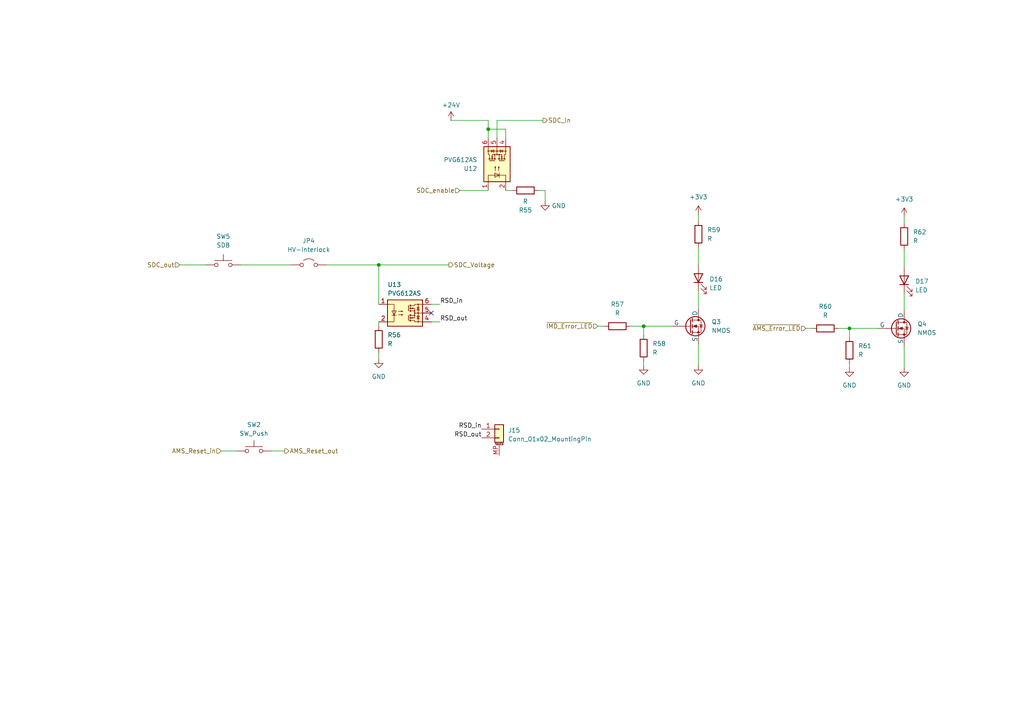
<source format=kicad_sch>
(kicad_sch (version 20231120) (generator "eeschema") (generator_version "8.0")
  (paper "A4")
  (lib_symbols
    (symbol "Connector_Generic_MountingPin:Conn_01x02_MountingPin" (pin_names (offset 1.016) hide)
      (property "Reference" "J" (at 0 2.54 0))
      (property "Value" "Conn_01x02_MountingPin" (at 1.27 -5.08 0))
      (symbol "Conn_01x02_MountingPin_1_1"
        (rectangle (start -1.27 -2.413) (end 0 -2.667) (stroke (width 0.1524)))
        (rectangle (start -1.27 0.127) (end 0 -0.127) (stroke (width 0.1524)))
        (rectangle (start -1.27 1.27) (end 1.27 -3.81) (stroke (width 0.254)) (fill (type background)))
        (polyline (pts (xy -1.016 -4.572) (xy 1.016 -4.572)) (stroke (width 0.1524)))
        (text "Mounting" (at 0 -4.191 0) (effects (font (size 0.381 0.381))))
        (pin passive line (at -5.08 0 0) (length 3.81) (name "Pin_1") (number "1"))
        (pin passive line (at -5.08 -2.54 0) (length 3.81) (name "Pin_2") (number "2"))
        (pin passive line (at 0 -7.62 90) (length 3.048) (name "MountPin") (number "MP"))
      )
    )
    (symbol "Device:LED" (pin_numbers hide) (pin_names (offset 1.016) hide)
      (property "Reference" "D" (at 0 2.54 0))
      (property "Value" "LED" (at 0 -2.54 0))
      (symbol "LED_0_1"
        (polyline (pts (xy -1.27 -1.27) (xy -1.27 1.27)) (stroke (width 0.254)))
        (polyline (pts (xy -1.27 0) (xy 1.27 0)))
        (polyline (pts (xy 1.27 -1.27) (xy 1.27 1.27) (xy -1.27 0) (xy 1.27 -1.27)) (stroke (width 0.254)))
        (polyline (pts (xy -3.048 -0.762) (xy -4.572 -2.286) (xy -3.81 -2.286) (xy -4.572 -2.286) (xy -4.572 -1.524)))
        (polyline (pts (xy -1.778 -0.762) (xy -3.302 -2.286) (xy -2.54 -2.286) (xy -3.302 -2.286) (xy -3.302 -1.524)))
      )
      (symbol "LED_1_1"
        (pin passive line (at -3.81 0 0) (length 2.54) (name "K") (number "1"))
        (pin passive line (at 3.81 0 180) (length 2.54) (name "A") (number "2"))
      )
    )
    (symbol "Device:R" (pin_numbers hide) (pin_names (offset 0))
      (property "Reference" "R" (at 2.032 0 90))
      (property "Value" "R" (at 0 0 90))
      (symbol "R_0_1"
        (rectangle (start -1.016 -2.54) (end 1.016 2.54) (stroke (width 0.254)))
      )
      (symbol "R_1_1"
        (pin passive line (at 0 3.81 270) (length 1.27) (name "~") (number "1"))
        (pin passive line (at 0 -3.81 90) (length 1.27) (name "~") (number "2"))
      )
    )
    (symbol "FaSTTUBe_Power-Switches:PVG612AS"
      (property "Reference" "U" (at -3.81 5.08 0))
      (property "Value" "PVG612AS" (at 0 -5.08 0))
      (symbol "PVG612AS_0_1"
        (rectangle (start -5.08 3.81) (end 5.08 -3.81) (stroke (width 0.254)) (fill (type background)))
        (polyline (pts (xy -3.81 -0.635) (xy -2.54 -0.635)))
        (polyline (pts (xy 1.016 -0.635) (xy 1.016 -2.159)) (stroke (width 0.2032)))
        (polyline (pts (xy 1.016 2.159) (xy 1.016 0.635)) (stroke (width 0.2032)))
        (polyline (pts (xy 1.524 -0.508) (xy 1.524 -0.762)) (stroke (width 0.3556)))
        (polyline (pts (xy 2.794 0) (xy 5.08 0)))
        (polyline (pts (xy 3.429 -1.651) (xy 4.191 -1.651)))
        (polyline (pts (xy 3.429 1.651) (xy 4.191 1.651)))
        (polyline (pts (xy 3.81 -2.54) (xy 3.81 2.54)))
        (polyline (pts (xy 1.524 -2.032) (xy 1.524 -2.286) (xy 1.524 -2.286)) (stroke (width 0.3556)))
        (polyline (pts (xy 1.524 -1.27) (xy 1.524 -1.524) (xy 1.524 -1.524)) (stroke (width 0.3556)))
        (polyline (pts (xy 1.524 0.762) (xy 1.524 0.508) (xy 1.524 0.508)) (stroke (width 0.3556)))
        (polyline (pts (xy 1.524 1.524) (xy 1.524 1.27) (xy 1.524 1.27)) (stroke (width 0.3556)))
        (polyline (pts (xy 1.524 2.286) (xy 1.524 2.032) (xy 1.524 2.032)) (stroke (width 0.3556)))
        (polyline (pts (xy 1.651 -1.397) (xy 2.794 -1.397) (xy 2.794 -0.635)))
        (polyline (pts (xy 1.651 1.397) (xy 2.794 1.397) (xy 2.794 0.635)))
        (polyline (pts (xy -5.08 2.54) (xy -3.175 2.54) (xy -3.175 -2.54) (xy -5.08 -2.54)))
        (polyline (pts (xy -3.175 -0.635) (xy -3.81 0.635) (xy -2.54 0.635) (xy -3.175 -0.635)))
        (polyline (pts (xy 1.651 -2.159) (xy 2.794 -2.159) (xy 2.794 -2.54) (xy 5.08 -2.54)))
        (polyline (pts (xy 1.651 -0.635) (xy 2.794 -0.635) (xy 2.794 0.635) (xy 1.651 0.635)))
        (polyline (pts (xy 1.651 2.159) (xy 2.794 2.159) (xy 2.794 2.54) (xy 5.08 2.54)))
        (polyline (pts (xy 1.778 -1.397) (xy 2.286 -1.27) (xy 2.286 -1.524) (xy 1.778 -1.397)))
        (polyline (pts (xy 1.778 1.397) (xy 2.286 1.524) (xy 2.286 1.27) (xy 1.778 1.397)))
        (polyline (pts (xy 3.81 -1.651) (xy 3.429 -0.889) (xy 4.191 -0.889) (xy 3.81 -1.651)))
        (polyline (pts (xy 3.81 1.651) (xy 3.429 0.889) (xy 4.191 0.889) (xy 3.81 1.651)))
        (polyline (pts (xy -1.905 -0.508) (xy -0.635 -0.508) (xy -1.016 -0.635) (xy -1.016 -0.381) (xy -0.635 -0.508)))
        (polyline (pts (xy -1.905 0.508) (xy -0.635 0.508) (xy -1.016 0.381) (xy -1.016 0.635) (xy -0.635 0.508)))
        (circle (center 2.794 -0.635) (radius 0.127))
        (circle (center 2.794 0) (radius 0.127))
        (circle (center 2.794 0.635) (radius 0.127))
        (circle (center 3.81 -2.54) (radius 0.127))
        (circle (center 3.81 0) (radius 0.127))
        (circle (center 3.81 2.54) (radius 0.127))
      )
      (symbol "PVG612AS_1_1"
        (pin passive line (at -7.62 2.54 0) (length 2.54) (name "~") (number "1"))
        (pin passive line (at -7.62 -2.54 0) (length 2.54) (name "~") (number "2"))
        (pin no_connect line (at -5.08 0 0) (length 2.54) hide (name "~") (number "3"))
        (pin passive line (at 7.62 -2.54 180) (length 2.54) (name "~") (number "4"))
        (pin passive line (at 7.62 0 180) (length 2.54) (name "~") (number "5"))
        (pin passive line (at 7.62 2.54 180) (length 2.54) (name "~") (number "6"))
      )
    )
    (symbol "Jumper:Jumper_2_Open" (pin_numbers hide) (pin_names (offset 0) hide) (exclude_from_sim yes)
      (property "Reference" "JP" (at 0 2.794 0))
      (property "Value" "Jumper_2_Open" (at 0 -2.286 0))
      (symbol "Jumper_2_Open_0_0"
        (circle (center -2.032 0) (radius 0.508))
        (circle (center 2.032 0) (radius 0.508))
      )
      (symbol "Jumper_2_Open_0_1"
        (arc (start 1.524 1.27) (mid 0 1.778) (end -1.524 1.27))
      )
      (symbol "Jumper_2_Open_1_1"
        (pin passive line (at -5.08 0 0) (length 2.54) (name "A") (number "1"))
        (pin passive line (at 5.08 0 180) (length 2.54) (name "B") (number "2"))
      )
    )
    (symbol "Simulation_SPICE:NMOS" (pin_numbers hide) (pin_names (offset 0))
      (property "Reference" "Q" (at 5.08 1.27 0))
      (property "Value" "NMOS" (at 5.08 -1.27 0))
      (symbol "NMOS_0_1"
        (polyline (pts (xy 0.254 0) (xy -2.54 0)))
        (polyline (pts (xy 0.254 1.905) (xy 0.254 -1.905)) (stroke (width 0.254)))
        (polyline (pts (xy 0.762 -1.27) (xy 0.762 -2.286)) (stroke (width 0.254)))
        (polyline (pts (xy 0.762 0.508) (xy 0.762 -0.508)) (stroke (width 0.254)))
        (polyline (pts (xy 0.762 2.286) (xy 0.762 1.27)) (stroke (width 0.254)))
        (polyline (pts (xy 2.54 2.54) (xy 2.54 1.778)))
        (polyline (pts (xy 2.54 -2.54) (xy 2.54 0) (xy 0.762 0)))
        (polyline (pts (xy 0.762 -1.778) (xy 3.302 -1.778) (xy 3.302 1.778) (xy 0.762 1.778)))
        (polyline (pts (xy 1.016 0) (xy 2.032 0.381) (xy 2.032 -0.381) (xy 1.016 0)) (fill (type outline)))
        (polyline (pts (xy 2.794 0.508) (xy 2.921 0.381) (xy 3.683 0.381) (xy 3.81 0.254)))
        (polyline (pts (xy 3.302 0.381) (xy 2.921 -0.254) (xy 3.683 -0.254) (xy 3.302 0.381)))
        (circle (center 1.651 0) (radius 2.794) (stroke (width 0.254)))
        (circle (center 2.54 -1.778) (radius 0.254) (fill (type outline)))
        (circle (center 2.54 1.778) (radius 0.254) (fill (type outline)))
      )
      (symbol "NMOS_1_1"
        (pin passive line (at 2.54 5.08 270) (length 2.54) (name "D") (number "1"))
        (pin input line (at -5.08 0 0) (length 2.54) (name "G") (number "2"))
        (pin passive line (at 2.54 -5.08 90) (length 2.54) (name "S") (number "3"))
      )
    )
    (symbol "Switch:SW_Push" (pin_numbers hide) (pin_names (offset 1.016) hide)
      (property "Reference" "SW" (at 1.27 2.54 0))
      (property "Value" "SW_Push" (at 0 -1.524 0))
      (symbol "SW_Push_0_1"
        (circle (center -2.032 0) (radius 0.508))
        (polyline (pts (xy 0 1.27) (xy 0 3.048)))
        (polyline (pts (xy 2.54 1.27) (xy -2.54 1.27)))
        (circle (center 2.032 0) (radius 0.508))
        (pin passive line (at -5.08 0 0) (length 2.54) (name "1") (number "1"))
        (pin passive line (at 5.08 0 180) (length 2.54) (name "2") (number "2"))
      )
    )
    (symbol "power:+24V" (power) (pin_numbers hide) (pin_names (offset 0) hide)
      (property "Value" "+24V" (at 0 3.556 0))
      (symbol "+24V_0_1"
        (polyline (pts (xy -0.762 1.27) (xy 0 2.54)))
        (polyline (pts (xy 0 0) (xy 0 2.54)))
        (polyline (pts (xy 0 2.54) (xy 0.762 1.27)))
      )
      (symbol "+24V_1_1"
        (pin power_in line (at 0 0 90) (length 0) (name "~") (number "1"))
      )
    )
    (symbol "power:+3V3" (power) (pin_numbers hide) (pin_names (offset 0) hide)
      (property "Value" "+3V3" (at 0 3.556 0))
      (symbol "+3V3_0_1"
        (polyline (pts (xy -0.762 1.27) (xy 0 2.54)))
        (polyline (pts (xy 0 0) (xy 0 2.54)))
        (polyline (pts (xy 0 2.54) (xy 0.762 1.27)))
      )
      (symbol "+3V3_1_1"
        (pin power_in line (at 0 0 90) (length 0) (name "~") (number "1"))
      )
    )
    (symbol "power:GND" (power) (pin_numbers hide) (pin_names (offset 0) hide)
      (property "Value" "GND" (at 0 -3.81 0))
      (symbol "GND_0_1"
        (polyline (pts (xy 0 0) (xy 0 -1.27) (xy 1.27 -1.27) (xy 0 -2.54) (xy -1.27 -1.27) (xy 0 -1.27)))
      )
      (symbol "GND_1_1"
        (pin power_in line (at 0 0 270) (length 0) (name "~") (number "1"))
      )
    )
  )
  (junction (at 141.605 37.465))
  (junction (at 109.855 76.835))
  (junction (at 246.38 95.25))
  (junction (at 186.69 94.615))
  (no_connect (at 125.095 90.805))
  (wire (pts (xy 78.74 130.81) (xy 82.55 130.81)))
  (wire (pts (xy 173.355 94.615) (xy 175.26 94.615)))
  (wire (pts (xy 233.68 95.25) (xy 235.585 95.25)))
  (wire (pts (xy 64.135 130.81) (xy 68.58 130.81)))
  (wire (pts (xy 202.565 99.695) (xy 202.565 106.045)))
  (wire (pts (xy 130.81 34.925) (xy 141.605 34.925)))
  (wire (pts (xy 146.685 40.005) (xy 146.685 37.465)))
  (wire (pts (xy 246.38 95.25) (xy 246.38 97.79)))
  (wire (pts (xy 156.21 55.245) (xy 158.115 55.245)))
  (wire (pts (xy 127.635 88.265) (xy 125.095 88.265)))
  (wire (pts (xy 52.07 76.835) (xy 59.69 76.835)))
  (wire (pts (xy 262.255 100.33) (xy 262.255 106.68)))
  (wire (pts (xy 125.095 93.345) (xy 127.635 93.345)))
  (wire (pts (xy 141.605 40.005) (xy 141.605 37.465)))
  (wire (pts (xy 262.255 85.09) (xy 262.255 90.17)))
  (wire (pts (xy 243.205 95.25) (xy 246.38 95.25)))
  (wire (pts (xy 109.855 76.835) (xy 130.175 76.835)))
  (wire (pts (xy 109.855 102.235) (xy 109.855 104.14)))
  (wire (pts (xy 109.855 93.345) (xy 109.855 94.615)))
  (wire (pts (xy 109.855 76.835) (xy 109.855 88.265)))
  (wire (pts (xy 262.255 62.865) (xy 262.255 64.77)))
  (wire (pts (xy 186.69 94.615) (xy 194.945 94.615)))
  (wire (pts (xy 182.88 94.615) (xy 186.69 94.615)))
  (wire (pts (xy 133.35 55.245) (xy 141.605 55.245)))
  (wire (pts (xy 202.565 62.23) (xy 202.565 64.135)))
  (wire (pts (xy 202.565 71.755) (xy 202.565 76.835)))
  (wire (pts (xy 158.115 55.245) (xy 158.115 58.42)))
  (wire (pts (xy 141.605 37.465) (xy 146.685 37.465)))
  (wire (pts (xy 144.145 34.925) (xy 157.48 34.925)))
  (wire (pts (xy 186.69 94.615) (xy 186.69 97.155)))
  (wire (pts (xy 144.145 40.005) (xy 144.145 34.925)))
  (wire (pts (xy 94.615 76.835) (xy 109.855 76.835)))
  (wire (pts (xy 69.85 76.835) (xy 84.455 76.835)))
  (wire (pts (xy 141.605 37.465) (xy 141.605 34.925)))
  (wire (pts (xy 146.685 55.245) (xy 148.59 55.245)))
  (wire (pts (xy 262.255 72.39) (xy 262.255 77.47)))
  (wire (pts (xy 246.38 95.25) (xy 254.635 95.25)))
  (wire (pts (xy 246.38 106.68) (xy 246.38 105.41)))
  (wire (pts (xy 186.69 106.045) (xy 186.69 104.775)))
  (wire (pts (xy 202.565 84.455) (xy 202.565 89.535)))
  (label "RSD_out" (at 139.7 127 180))
  (label "RSD_in" (at 127.635 88.265 0))
  (label "RSD_out" (at 127.635 93.345 0))
  (label "RSD_in" (at 139.7 124.46 180))
  (hierarchical_label "SDC_out" (shape input) (at 52.07 76.835 180))
  (hierarchical_label "~{AMS_Error_LED}" (shape input) (at 233.68 95.25 180))
  (hierarchical_label "~{IMD_Error_LED}" (shape input) (at 173.355 94.615 180))
  (hierarchical_label "SDC_in" (shape output) (at 157.48 34.925 0))
  (hierarchical_label "AMS_Reset_in" (shape input) (at 64.135 130.81 180))
  (hierarchical_label "SDC_enable" (shape input) (at 133.35 55.245 180))
  (hierarchical_label "SDC_Voltage" (shape output) (at 130.175 76.835 0))
  (hierarchical_label "AMS_Reset_out" (shape output) (at 82.55 130.81 0))
  (symbol (lib_id "Device:R") (at 262.255 68.58 180) (unit 1)
    (property "Reference" "R62" (at 264.795 67.3099 0) (effects (justify right)))
    (property "Value" "R" (at 264.795 69.8499 0) (effects (justify right)))
    (property "Description" "Resistor" (effects (hide yes)))
  )
  (symbol (lib_id "Device:R") (at 179.07 94.615 270) (unit 1)
    (property "Reference" "R57" (at 179.07 88.265 90))
    (property "Value" "R" (at 179.07 90.805 90))
    (property "Footprint" "Resistor_SMD:R_0603_1608Metric" (effects (hide yes)))
    (property "Description" "Resistor" (effects (hide yes)))
  )
  (symbol (lib_id "Device:R") (at 186.69 100.965 180) (unit 1)
    (property "Reference" "R58" (at 189.23 99.6949 0) (effects (justify right)))
    (property "Value" "R" (at 189.23 102.2349 0) (effects (justify right)))
    (property "Footprint" "Resistor_SMD:R_0603_1608Metric" (effects (hide yes)))
    (property "Description" "Resistor" (effects (hide yes)))
  )
  (symbol (lib_id "power:GND") (at 158.115 58.42 0) (mirror y) (unit 1)
    (property "Reference" "#PWR0118" (effects (hide yes)))
    (property "Value" "GND" (at 160.02 59.6899 0) (effects (justify right)))
    (property "Description" "Power symbol creates a global label with name \"GND\" , ground" (effects (hide yes)))
  )
  (symbol (lib_id "power:GND") (at 246.38 106.68 0) (unit 1)
    (property "Reference" "#PWR0123" (effects (hide yes)))
    (property "Value" "GND" (at 246.38 111.76 0))
    (property "Description" "Power symbol creates a global label with name \"GND\" , ground" (effects (hide yes)))
  )
  (symbol (lib_id "Device:R") (at 202.565 67.945 180) (unit 1)
    (property "Reference" "R59" (at 205.105 66.6749 0) (effects (justify right)))
    (property "Value" "R" (at 205.105 69.2149 0) (effects (justify right)))
    (property "Description" "Resistor" (effects (hide yes)))
  )
  (symbol (lib_id "Device:R") (at 109.855 98.425 180) (unit 1)
    (property "Reference" "R56" (at 112.395 97.1549 0) (effects (justify right)))
    (property "Value" "R" (at 112.395 99.6949 0) (effects (justify right)))
    (property "Description" "Resistor" (effects (hide yes)))
  )
  (symbol (lib_id "power:+3V3") (at 202.565 62.23 0) (unit 1)
    (property "Reference" "#PWR0121" (effects (hide yes)))
    (property "Value" "+3V3" (at 202.565 57.15 0))
    (property "Description" "Power symbol creates a global label with name \"+3V3\"" (effects (hide yes)))
  )
  (symbol (lib_id "Simulation_SPICE:NMOS") (at 200.025 94.615 0) (unit 1)
    (property "Reference" "Q3" (at 206.375 93.3449 0) (effects (justify left)))
    (property "Value" "NMOS" (at 206.375 95.8849 0) (effects (justify left)))
    (property "Datasheet" "https://ngspice.sourceforge.io/docs/ngspice-html-manual/manual.xhtml#cha_MOSFETs" (effects (hide yes)))
    (property "Description" "N-MOSFET transistor, drain/source/gate" (effects (hide yes)))
    (property "Sim.Device" "NMOS" (effects (hide yes)))
    (property "Sim.Type" "VDMOS" (effects (hide yes)))
    (property "Sim.Pins" "1=D 2=G 3=S" (effects (hide yes)))
  )
  (symbol (lib_id "Device:R") (at 239.395 95.25 270) (unit 1)
    (property "Reference" "R60" (at 239.395 88.9 90))
    (property "Value" "R" (at 239.395 91.44 90))
    (property "Footprint" "Resistor_SMD:R_0603_1608Metric" (effects (hide yes)))
    (property "Description" "Resistor" (effects (hide yes)))
  )
  (symbol (lib_id "Jumper:Jumper_2_Open") (at 89.535 76.835 0) (unit 1) (exclude_from_sim yes)
    (property "Reference" "JP4" (at 89.535 69.85 0))
    (property "Value" "HV-Interlock" (at 89.535 72.39 0))
    (property "Footprint" "FaSTTUBe_connectors:Micro_Mate-N-Lok_2p_vertical" (effects (hide yes)))
    (property "Description" "Jumper, 2-pole, open" (effects (hide yes)))
  )
  (symbol (lib_id "power:GND") (at 186.69 106.045 0) (unit 1)
    (property "Reference" "#PWR0120" (effects (hide yes)))
    (property "Value" "GND" (at 186.69 111.125 0))
    (property "Description" "Power symbol creates a global label with name \"GND\" , ground" (effects (hide yes)))
  )
  (symbol (lib_id "Device:R") (at 152.4 55.245 90) (mirror x) (unit 1)
    (property "Reference" "R55" (at 152.4 60.96 90))
    (property "Value" "R" (at 152.4 58.42 90))
    (property "Description" "Resistor" (effects (hide yes)))
  )
  (symbol (lib_id "Device:LED") (at 202.565 80.645 90) (unit 1)
    (property "Reference" "D16" (at 205.74 80.9624 90) (effects (justify right)))
    (property "Value" "LED" (at 205.74 83.5024 90) (effects (justify right)))
    (property "Description" "Light emitting diode" (effects (hide yes)))
  )
  (symbol (lib_id "Device:R") (at 246.38 101.6 180) (unit 1)
    (property "Reference" "R61" (at 248.92 100.3299 0) (effects (justify right)))
    (property "Value" "R" (at 248.92 102.8699 0) (effects (justify right)))
    (property "Footprint" "Resistor_SMD:R_0603_1608Metric" (effects (hide yes)))
    (property "Description" "Resistor" (effects (hide yes)))
  )
  (symbol (lib_id "Device:LED") (at 262.255 81.28 90) (unit 1)
    (property "Reference" "D17" (at 265.43 81.5974 90) (effects (justify right)))
    (property "Value" "LED" (at 265.43 84.1374 90) (effects (justify right)))
    (property "Description" "Light emitting diode" (effects (hide yes)))
  )
  (symbol (lib_id "power:GND") (at 202.565 106.045 0) (unit 1)
    (property "Reference" "#PWR0122" (effects (hide yes)))
    (property "Value" "GND" (at 202.565 111.125 0))
    (property "Description" "Power symbol creates a global label with name \"GND\" , ground" (effects (hide yes)))
  )
  (symbol (lib_id "Switch:SW_Push") (at 64.77 76.835 0) (unit 1)
    (property "Reference" "SW5" (at 64.77 68.58 0))
    (property "Value" "SDB" (at 64.77 71.12 0))
    (property "Footprint" "FaSTTUBe_connectors:Micro_Mate-N-Lok_2p_vertical" (effects (hide yes)))
    (property "Description" "Push button switch, generic, two pins" (effects (hide yes)))
  )
  (symbol (lib_id "power:GND") (at 262.255 106.68 0) (unit 1)
    (property "Reference" "#PWR0125" (effects (hide yes)))
    (property "Value" "GND" (at 262.255 111.76 0))
    (property "Description" "Power symbol creates a global label with name \"GND\" , ground" (effects (hide yes)))
  )
  (symbol (lib_id "Simulation_SPICE:NMOS") (at 259.715 95.25 0) (unit 1)
    (property "Reference" "Q4" (at 266.065 93.9799 0) (effects (justify left)))
    (property "Value" "NMOS" (at 266.065 96.5199 0) (effects (justify left)))
    (property "Datasheet" "https://ngspice.sourceforge.io/docs/ngspice-html-manual/manual.xhtml#cha_MOSFETs" (effects (hide yes)))
    (property "Description" "N-MOSFET transistor, drain/source/gate" (effects (hide yes)))
    (property "Sim.Device" "NMOS" (effects (hide yes)))
    (property "Sim.Type" "VDMOS" (effects (hide yes)))
    (property "Sim.Pins" "1=D 2=G 3=S" (effects (hide yes)))
  )
  (symbol (lib_id "power:+24V") (at 130.81 34.925 0) (unit 1)
    (property "Reference" "#PWR0172" (effects (hide yes)))
    (property "Value" "+24V" (at 130.81 30.48 0))
    (property "Description" "Power symbol creates a global label with name \"+24V\"" (effects (hide yes)))
  )
  (symbol (lib_id "power:+3V3") (at 262.255 62.865 0) (unit 1)
    (property "Reference" "#PWR0124" (effects (hide yes)))
    (property "Value" "+3V3" (at 262.255 57.785 0))
    (property "Description" "Power symbol creates a global label with name \"+3V3\"" (effects (hide yes)))
  )
  (symbol (lib_id "FaSTTUBe_Power-Switches:PVG612AS") (at 144.145 47.625 90) (unit 1)
    (property "Reference" "U12" (at 138.43 48.8951 90) (effects (justify left)))
    (property "Value" "PVG612AS" (at 138.43 46.3551 90) (effects (justify left)))
    (property "Footprint" "Package_DIP:SMDIP-6_W9.53mm" (effects (hide yes)))
    (property "Datasheet" "https://www.infineon.com/dgdl/Infineon-PVG612A-DataSheet-v01_00-EN.pdf?fileId=5546d462533600a401535683ca14293a" (effects (hide yes)))
    (property "Description" "Photo MOSFET optically coupled, 60VDC, 4A, 35mohm, Isolation 4000 VRMS, SMDIP-6" (effects (hide yes)))
  )
  (symbol (lib_id "Switch:SW_Push") (at 73.66 130.81 0) (unit 1)
    (property "Reference" "SW2" (at 73.66 123.19 0))
    (property "Value" "SW_Push" (at 73.66 125.73 0))
    (property "Footprint" "FaSTTUBe_connectors:Micro_Mate-N-Lok_2p_vertical" (effects (hide yes)))
    (property "Description" "Push button switch, generic, two pins" (effects (hide yes)))
  )
  (symbol (lib_id "Connector_Generic_MountingPin:Conn_01x02_MountingPin") (at 144.78 124.46 0) (unit 1)
    (property "Reference" "J15" (at 147.32 124.8155 0) (effects (justify left)))
    (property "Value" "Conn_01x02_MountingPin" (at 147.32 127.3555 0) (effects (justify left)))
    (property "Description" "Generic connectable mounting pin connector, single row, 01x02, script generated (kicad-library-utils/schlib/autogen/connector/)" (effects (hide yes)))
  )
  (symbol (lib_id "power:GND") (at 109.855 104.14 0) (unit 1)
    (property "Reference" "#PWR0119" (effects (hide yes)))
    (property "Value" "GND" (at 109.855 109.22 0))
    (property "Description" "Power symbol creates a global label with name \"GND\" , ground" (effects (hide yes)))
  )
  (symbol (lib_id "FaSTTUBe_Power-Switches:PVG612AS") (at 117.475 90.805 0) (unit 1)
    (property "Reference" "U13" (at 112.395 82.55 0) (effects (justify left)))
    (property "Value" "PVG612AS" (at 112.395 85.09 0) (effects (justify left)))
    (property "Footprint" "Package_DIP:SMDIP-6_W9.53mm" (effects (hide yes)))
    (property "Datasheet" "https://www.infineon.com/dgdl/Infineon-PVG612A-DataSheet-v01_00-EN.pdf?fileId=5546d462533600a401535683ca14293a" (effects (hide yes)))
    (property "Description" "Photo MOSFET optically coupled, 60VDC, 4A, 35mohm, Isolation 4000 VRMS, SMDIP-6" (effects (hide yes)))
  )
)
</source>
